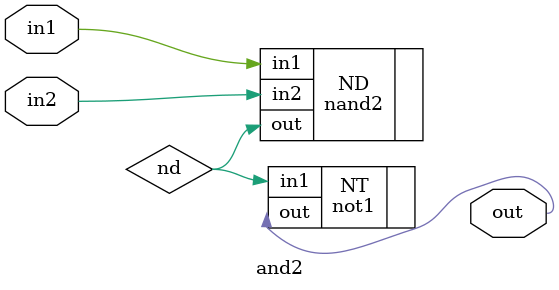
<source format=v>
module and2(out, in1, in2);
    input in1, in2;
    output out;

    wire nd;
    nand2 ND(.out(nd), .in1(in1), .in2(in2));
    not1 NT(.out(out), .in1(nd));
endmodule
</source>
